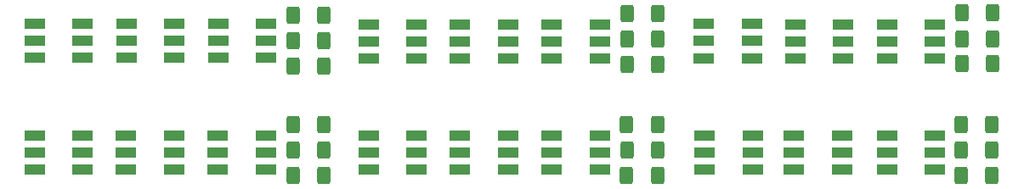
<source format=gbr>
%TF.GenerationSoftware,KiCad,Pcbnew,(6.0.5)*%
%TF.CreationDate,2023-08-09T01:27:25+09:00*%
%TF.ProjectId,TSAL,5453414c-2e6b-4696-9361-645f70636258,rev?*%
%TF.SameCoordinates,Original*%
%TF.FileFunction,Paste,Bot*%
%TF.FilePolarity,Positive*%
%FSLAX46Y46*%
G04 Gerber Fmt 4.6, Leading zero omitted, Abs format (unit mm)*
G04 Created by KiCad (PCBNEW (6.0.5)) date 2023-08-09 01:27:25*
%MOMM*%
%LPD*%
G01*
G04 APERTURE LIST*
G04 Aperture macros list*
%AMRoundRect*
0 Rectangle with rounded corners*
0 $1 Rounding radius*
0 $2 $3 $4 $5 $6 $7 $8 $9 X,Y pos of 4 corners*
0 Add a 4 corners polygon primitive as box body*
4,1,4,$2,$3,$4,$5,$6,$7,$8,$9,$2,$3,0*
0 Add four circle primitives for the rounded corners*
1,1,$1+$1,$2,$3*
1,1,$1+$1,$4,$5*
1,1,$1+$1,$6,$7*
1,1,$1+$1,$8,$9*
0 Add four rect primitives between the rounded corners*
20,1,$1+$1,$2,$3,$4,$5,0*
20,1,$1+$1,$4,$5,$6,$7,0*
20,1,$1+$1,$6,$7,$8,$9,0*
20,1,$1+$1,$8,$9,$2,$3,0*%
G04 Aperture macros list end*
%ADD10RoundRect,0.250000X0.400000X0.625000X-0.400000X0.625000X-0.400000X-0.625000X0.400000X-0.625000X0*%
%ADD11R,2.000000X1.100000*%
G04 APERTURE END LIST*
D10*
%TO.C,R37*%
X158262000Y-141488000D03*
X155162000Y-141488000D03*
%TD*%
D11*
%TO.C,D32*%
X176752000Y-126358000D03*
X176752000Y-128058000D03*
X176752000Y-129758000D03*
X171952000Y-129758000D03*
X171952000Y-128058000D03*
X171952000Y-126358000D03*
%TD*%
%TO.C,D39*%
X167614000Y-126339600D03*
X167614000Y-128039600D03*
X167614000Y-129739600D03*
X162814000Y-129739600D03*
X162814000Y-128039600D03*
X162814000Y-126339600D03*
%TD*%
D10*
%TO.C,R36*%
X124992000Y-136388000D03*
X121892000Y-136388000D03*
%TD*%
D11*
%TO.C,D23*%
X152513000Y-126351000D03*
X152513000Y-128051000D03*
X152513000Y-129751000D03*
X147713000Y-129751000D03*
X147713000Y-128051000D03*
X147713000Y-126351000D03*
%TD*%
D10*
%TO.C,R35*%
X124992000Y-138938000D03*
X121892000Y-138938000D03*
%TD*%
D11*
%TO.C,D24*%
X185890000Y-137488000D03*
X185890000Y-139188000D03*
X185890000Y-140888000D03*
X181090000Y-140888000D03*
X181090000Y-139188000D03*
X181090000Y-137488000D03*
%TD*%
%TO.C,D25*%
X185892000Y-126358000D03*
X185892000Y-128058000D03*
X185892000Y-129758000D03*
X181092000Y-129758000D03*
X181092000Y-128058000D03*
X181092000Y-126358000D03*
%TD*%
D10*
%TO.C,R38*%
X158272000Y-138938000D03*
X155172000Y-138938000D03*
%TD*%
D11*
%TO.C,D38*%
X167752000Y-137488000D03*
X167752000Y-139188000D03*
X167752000Y-140888000D03*
X162952000Y-140888000D03*
X162952000Y-139188000D03*
X162952000Y-137488000D03*
%TD*%
%TO.C,D31*%
X176642000Y-137488000D03*
X176642000Y-139188000D03*
X176642000Y-140888000D03*
X171842000Y-140888000D03*
X171842000Y-139188000D03*
X171842000Y-137488000D03*
%TD*%
D10*
%TO.C,R32*%
X191652000Y-127798000D03*
X188552000Y-127798000D03*
%TD*%
D11*
%TO.C,D29*%
X110102000Y-126318000D03*
X110102000Y-128018000D03*
X110102000Y-129718000D03*
X105302000Y-129718000D03*
X105302000Y-128018000D03*
X105302000Y-126318000D03*
%TD*%
%TO.C,D41*%
X134232000Y-137488000D03*
X134232000Y-139188000D03*
X134232000Y-140888000D03*
X129432000Y-140888000D03*
X129432000Y-139188000D03*
X129432000Y-137488000D03*
%TD*%
D10*
%TO.C,R39*%
X158262000Y-136398000D03*
X155162000Y-136398000D03*
%TD*%
%TO.C,R31*%
X191652000Y-130308000D03*
X188552000Y-130308000D03*
%TD*%
%TO.C,R27*%
X158268600Y-125247400D03*
X155168600Y-125247400D03*
%TD*%
D11*
%TO.C,D26*%
X119232000Y-137498000D03*
X119232000Y-139198000D03*
X119232000Y-140898000D03*
X114432000Y-140898000D03*
X114432000Y-139198000D03*
X114432000Y-137498000D03*
%TD*%
%TO.C,D36*%
X100962000Y-126316000D03*
X100962000Y-128016000D03*
X100962000Y-129716000D03*
X96162000Y-129716000D03*
X96162000Y-128016000D03*
X96162000Y-126316000D03*
%TD*%
D10*
%TO.C,R25*%
X158268600Y-130327400D03*
X155168600Y-130327400D03*
%TD*%
D11*
%TO.C,D37*%
X134232000Y-126358000D03*
X134232000Y-128058000D03*
X134232000Y-129758000D03*
X129432000Y-129758000D03*
X129432000Y-128058000D03*
X129432000Y-126358000D03*
%TD*%
D10*
%TO.C,R34*%
X124992000Y-141488000D03*
X121892000Y-141488000D03*
%TD*%
D11*
%TO.C,D30*%
X143362000Y-126348000D03*
X143362000Y-128048000D03*
X143362000Y-129748000D03*
X138562000Y-129748000D03*
X138562000Y-128048000D03*
X138562000Y-126348000D03*
%TD*%
%TO.C,D40*%
X100952000Y-137488000D03*
X100952000Y-139188000D03*
X100952000Y-140888000D03*
X96152000Y-140888000D03*
X96152000Y-139188000D03*
X96152000Y-137488000D03*
%TD*%
%TO.C,D33*%
X110092000Y-137498000D03*
X110092000Y-139198000D03*
X110092000Y-140898000D03*
X105292000Y-140898000D03*
X105292000Y-139198000D03*
X105292000Y-137498000D03*
%TD*%
%TO.C,D22*%
X119242000Y-126316000D03*
X119242000Y-128016000D03*
X119242000Y-129716000D03*
X114442000Y-129716000D03*
X114442000Y-128016000D03*
X114442000Y-126316000D03*
%TD*%
%TO.C,D34*%
X143362000Y-137488000D03*
X143362000Y-139188000D03*
X143362000Y-140888000D03*
X138562000Y-140888000D03*
X138562000Y-139188000D03*
X138562000Y-137488000D03*
%TD*%
D10*
%TO.C,R24*%
X124994000Y-125476000D03*
X121894000Y-125476000D03*
%TD*%
%TO.C,R28*%
X191540000Y-141478000D03*
X188440000Y-141478000D03*
%TD*%
%TO.C,R23*%
X124994000Y-128016000D03*
X121894000Y-128016000D03*
%TD*%
%TO.C,R30*%
X191540000Y-136398000D03*
X188440000Y-136398000D03*
%TD*%
%TO.C,R29*%
X191540000Y-138938000D03*
X188440000Y-138938000D03*
%TD*%
%TO.C,R22*%
X124994000Y-130556000D03*
X121894000Y-130556000D03*
%TD*%
D11*
%TO.C,D27*%
X152502000Y-137498000D03*
X152502000Y-139198000D03*
X152502000Y-140898000D03*
X147702000Y-140898000D03*
X147702000Y-139198000D03*
X147702000Y-137498000D03*
%TD*%
D10*
%TO.C,R33*%
X191652000Y-125218000D03*
X188552000Y-125218000D03*
%TD*%
%TO.C,R26*%
X158268600Y-127787400D03*
X155168600Y-127787400D03*
%TD*%
M02*

</source>
